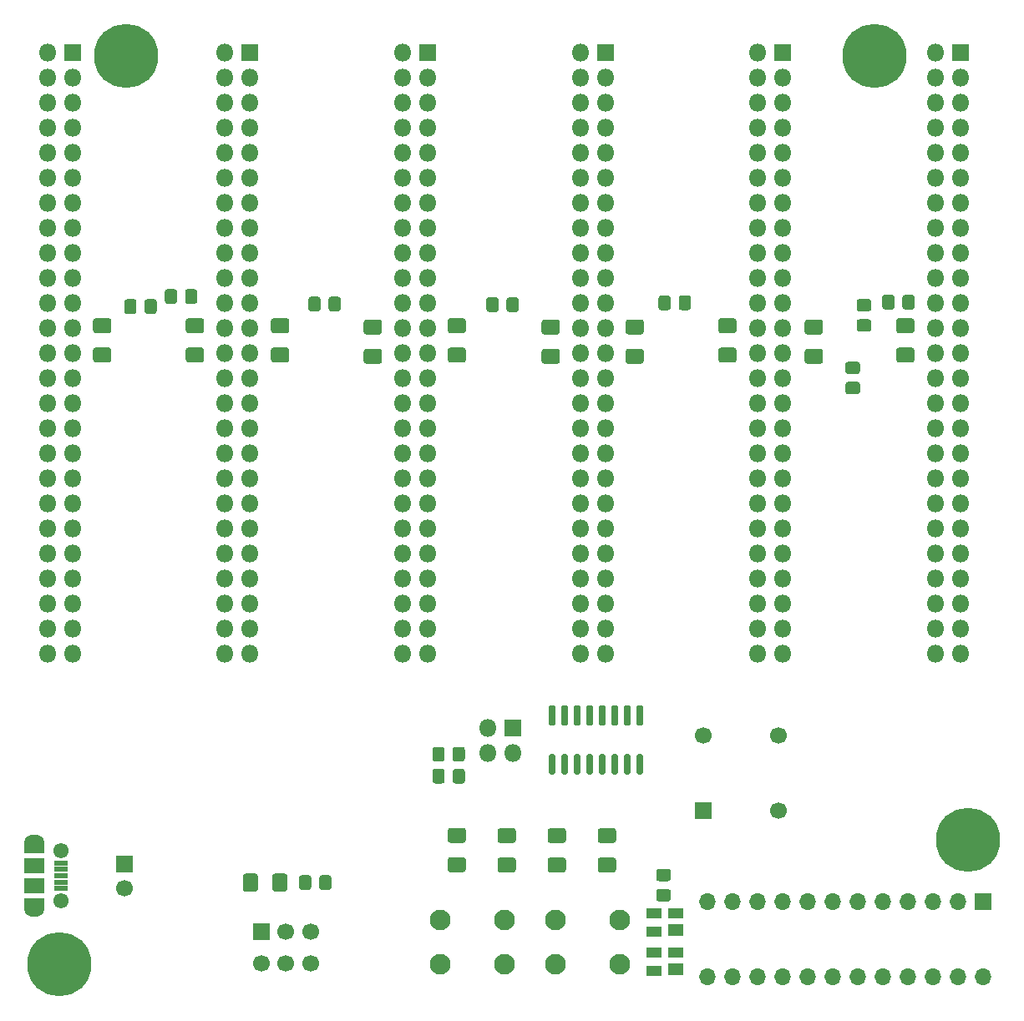
<source format=gbr>
G04 #@! TF.GenerationSoftware,KiCad,Pcbnew,(5.1.6-0-10_14)*
G04 #@! TF.CreationDate,2021-03-04T13:25:14+01:00*
G04 #@! TF.ProjectId,backplane,6261636b-706c-4616-9e65-2e6b69636164,rev?*
G04 #@! TF.SameCoordinates,Original*
G04 #@! TF.FileFunction,Soldermask,Top*
G04 #@! TF.FilePolarity,Negative*
%FSLAX46Y46*%
G04 Gerber Fmt 4.6, Leading zero omitted, Abs format (unit mm)*
G04 Created by KiCad (PCBNEW (5.1.6-0-10_14)) date 2021-03-04 13:25:14*
%MOMM*%
%LPD*%
G01*
G04 APERTURE LIST*
%ADD10C,6.500000*%
%ADD11O,1.800000X1.800000*%
%ADD12R,1.800000X1.800000*%
%ADD13C,1.700000*%
%ADD14R,1.700000X1.700000*%
%ADD15R,2.000000X1.300000*%
%ADD16O,2.000000X1.300000*%
%ADD17R,2.000000X1.600000*%
%ADD18C,1.550000*%
%ADD19R,1.450000X0.500000*%
%ADD20O,1.700000X1.700000*%
%ADD21C,2.100000*%
%ADD22R,1.500000X1.100000*%
%ADD23R,1.500000X1.300000*%
G04 APERTURE END LIST*
D10*
G04 #@! TO.C,H4*
X96139000Y-83312000D03*
G04 #@! TD*
G04 #@! TO.C,H3*
X10795000Y-3810000D03*
G04 #@! TD*
G04 #@! TO.C,H2*
X4064000Y-95948500D03*
G04 #@! TD*
G04 #@! TO.C,H1*
X86677500Y-3810000D03*
G04 #@! TD*
G04 #@! TO.C,R18*
G36*
G01*
X43897500Y-75090762D02*
X43897500Y-74134238D01*
G75*
G02*
X44169238Y-73862500I271738J0D01*
G01*
X44875762Y-73862500D01*
G75*
G02*
X45147500Y-74134238I0J-271738D01*
G01*
X45147500Y-75090762D01*
G75*
G02*
X44875762Y-75362500I-271738J0D01*
G01*
X44169238Y-75362500D01*
G75*
G02*
X43897500Y-75090762I0J271738D01*
G01*
G37*
G36*
G01*
X41847500Y-75090762D02*
X41847500Y-74134238D01*
G75*
G02*
X42119238Y-73862500I271738J0D01*
G01*
X42825762Y-73862500D01*
G75*
G02*
X43097500Y-74134238I0J-271738D01*
G01*
X43097500Y-75090762D01*
G75*
G02*
X42825762Y-75362500I-271738J0D01*
G01*
X42119238Y-75362500D01*
G75*
G02*
X41847500Y-75090762I0J271738D01*
G01*
G37*
G04 #@! TD*
G04 #@! TO.C,R17*
G36*
G01*
X43897500Y-77313262D02*
X43897500Y-76356738D01*
G75*
G02*
X44169238Y-76085000I271738J0D01*
G01*
X44875762Y-76085000D01*
G75*
G02*
X45147500Y-76356738I0J-271738D01*
G01*
X45147500Y-77313262D01*
G75*
G02*
X44875762Y-77585000I-271738J0D01*
G01*
X44169238Y-77585000D01*
G75*
G02*
X43897500Y-77313262I0J271738D01*
G01*
G37*
G36*
G01*
X41847500Y-77313262D02*
X41847500Y-76356738D01*
G75*
G02*
X42119238Y-76085000I271738J0D01*
G01*
X42825762Y-76085000D01*
G75*
G02*
X43097500Y-76356738I0J-271738D01*
G01*
X43097500Y-77313262D01*
G75*
G02*
X42825762Y-77585000I-271738J0D01*
G01*
X42119238Y-77585000D01*
G75*
G02*
X41847500Y-77313262I0J271738D01*
G01*
G37*
G04 #@! TD*
G04 #@! TO.C,D7*
G36*
G01*
X31324500Y-29434262D02*
X31324500Y-28477738D01*
G75*
G02*
X31596238Y-28206000I271738J0D01*
G01*
X32302762Y-28206000D01*
G75*
G02*
X32574500Y-28477738I0J-271738D01*
G01*
X32574500Y-29434262D01*
G75*
G02*
X32302762Y-29706000I-271738J0D01*
G01*
X31596238Y-29706000D01*
G75*
G02*
X31324500Y-29434262I0J271738D01*
G01*
G37*
G36*
G01*
X29274500Y-29434262D02*
X29274500Y-28477738D01*
G75*
G02*
X29546238Y-28206000I271738J0D01*
G01*
X30252762Y-28206000D01*
G75*
G02*
X30524500Y-28477738I0J-271738D01*
G01*
X30524500Y-29434262D01*
G75*
G02*
X30252762Y-29706000I-271738J0D01*
G01*
X29546238Y-29706000D01*
G75*
G02*
X29274500Y-29434262I0J271738D01*
G01*
G37*
G04 #@! TD*
G04 #@! TO.C,D6*
G36*
G01*
X49358500Y-29497762D02*
X49358500Y-28541238D01*
G75*
G02*
X49630238Y-28269500I271738J0D01*
G01*
X50336762Y-28269500D01*
G75*
G02*
X50608500Y-28541238I0J-271738D01*
G01*
X50608500Y-29497762D01*
G75*
G02*
X50336762Y-29769500I-271738J0D01*
G01*
X49630238Y-29769500D01*
G75*
G02*
X49358500Y-29497762I0J271738D01*
G01*
G37*
G36*
G01*
X47308500Y-29497762D02*
X47308500Y-28541238D01*
G75*
G02*
X47580238Y-28269500I271738J0D01*
G01*
X48286762Y-28269500D01*
G75*
G02*
X48558500Y-28541238I0J-271738D01*
G01*
X48558500Y-29497762D01*
G75*
G02*
X48286762Y-29769500I-271738J0D01*
G01*
X47580238Y-29769500D01*
G75*
G02*
X47308500Y-29497762I0J271738D01*
G01*
G37*
G04 #@! TD*
G04 #@! TO.C,D5*
G36*
G01*
X11855500Y-28731738D02*
X11855500Y-29688262D01*
G75*
G02*
X11583762Y-29960000I-271738J0D01*
G01*
X10877238Y-29960000D01*
G75*
G02*
X10605500Y-29688262I0J271738D01*
G01*
X10605500Y-28731738D01*
G75*
G02*
X10877238Y-28460000I271738J0D01*
G01*
X11583762Y-28460000D01*
G75*
G02*
X11855500Y-28731738I0J-271738D01*
G01*
G37*
G36*
G01*
X13905500Y-28731738D02*
X13905500Y-29688262D01*
G75*
G02*
X13633762Y-29960000I-271738J0D01*
G01*
X12927238Y-29960000D01*
G75*
G02*
X12655500Y-29688262I0J271738D01*
G01*
X12655500Y-28731738D01*
G75*
G02*
X12927238Y-28460000I271738J0D01*
G01*
X13633762Y-28460000D01*
G75*
G02*
X13905500Y-28731738I0J-271738D01*
G01*
G37*
G04 #@! TD*
G04 #@! TO.C,D4*
G36*
G01*
X66821000Y-29307262D02*
X66821000Y-28350738D01*
G75*
G02*
X67092738Y-28079000I271738J0D01*
G01*
X67799262Y-28079000D01*
G75*
G02*
X68071000Y-28350738I0J-271738D01*
G01*
X68071000Y-29307262D01*
G75*
G02*
X67799262Y-29579000I-271738J0D01*
G01*
X67092738Y-29579000D01*
G75*
G02*
X66821000Y-29307262I0J271738D01*
G01*
G37*
G36*
G01*
X64771000Y-29307262D02*
X64771000Y-28350738D01*
G75*
G02*
X65042738Y-28079000I271738J0D01*
G01*
X65749262Y-28079000D01*
G75*
G02*
X66021000Y-28350738I0J-271738D01*
G01*
X66021000Y-29307262D01*
G75*
G02*
X65749262Y-29579000I-271738J0D01*
G01*
X65042738Y-29579000D01*
G75*
G02*
X64771000Y-29307262I0J271738D01*
G01*
G37*
G04 #@! TD*
G04 #@! TO.C,D3*
G36*
G01*
X89490500Y-29243762D02*
X89490500Y-28287238D01*
G75*
G02*
X89762238Y-28015500I271738J0D01*
G01*
X90468762Y-28015500D01*
G75*
G02*
X90740500Y-28287238I0J-271738D01*
G01*
X90740500Y-29243762D01*
G75*
G02*
X90468762Y-29515500I-271738J0D01*
G01*
X89762238Y-29515500D01*
G75*
G02*
X89490500Y-29243762I0J271738D01*
G01*
G37*
G36*
G01*
X87440500Y-29243762D02*
X87440500Y-28287238D01*
G75*
G02*
X87712238Y-28015500I271738J0D01*
G01*
X88418762Y-28015500D01*
G75*
G02*
X88690500Y-28287238I0J-271738D01*
G01*
X88690500Y-29243762D01*
G75*
G02*
X88418762Y-29515500I-271738J0D01*
G01*
X87712238Y-29515500D01*
G75*
G02*
X87440500Y-29243762I0J271738D01*
G01*
G37*
G04 #@! TD*
G04 #@! TO.C,D2*
G36*
G01*
X16774000Y-28672262D02*
X16774000Y-27715738D01*
G75*
G02*
X17045738Y-27444000I271738J0D01*
G01*
X17752262Y-27444000D01*
G75*
G02*
X18024000Y-27715738I0J-271738D01*
G01*
X18024000Y-28672262D01*
G75*
G02*
X17752262Y-28944000I-271738J0D01*
G01*
X17045738Y-28944000D01*
G75*
G02*
X16774000Y-28672262I0J271738D01*
G01*
G37*
G36*
G01*
X14724000Y-28672262D02*
X14724000Y-27715738D01*
G75*
G02*
X14995738Y-27444000I271738J0D01*
G01*
X15702262Y-27444000D01*
G75*
G02*
X15974000Y-27715738I0J-271738D01*
G01*
X15974000Y-28672262D01*
G75*
G02*
X15702262Y-28944000I-271738J0D01*
G01*
X14995738Y-28944000D01*
G75*
G02*
X14724000Y-28672262I0J271738D01*
G01*
G37*
G04 #@! TD*
D11*
G04 #@! TO.C,J2*
X47434500Y-74485500D03*
X47434500Y-71945500D03*
X49974500Y-74485500D03*
D12*
X49974500Y-71945500D03*
G04 #@! TD*
G04 #@! TO.C,U1*
G36*
G01*
X54150000Y-71702000D02*
X53800000Y-71702000D01*
G75*
G02*
X53625000Y-71527000I0J175000D01*
G01*
X53625000Y-69827000D01*
G75*
G02*
X53800000Y-69652000I175000J0D01*
G01*
X54150000Y-69652000D01*
G75*
G02*
X54325000Y-69827000I0J-175000D01*
G01*
X54325000Y-71527000D01*
G75*
G02*
X54150000Y-71702000I-175000J0D01*
G01*
G37*
G36*
G01*
X55420000Y-71702000D02*
X55070000Y-71702000D01*
G75*
G02*
X54895000Y-71527000I0J175000D01*
G01*
X54895000Y-69827000D01*
G75*
G02*
X55070000Y-69652000I175000J0D01*
G01*
X55420000Y-69652000D01*
G75*
G02*
X55595000Y-69827000I0J-175000D01*
G01*
X55595000Y-71527000D01*
G75*
G02*
X55420000Y-71702000I-175000J0D01*
G01*
G37*
G36*
G01*
X56690000Y-71702000D02*
X56340000Y-71702000D01*
G75*
G02*
X56165000Y-71527000I0J175000D01*
G01*
X56165000Y-69827000D01*
G75*
G02*
X56340000Y-69652000I175000J0D01*
G01*
X56690000Y-69652000D01*
G75*
G02*
X56865000Y-69827000I0J-175000D01*
G01*
X56865000Y-71527000D01*
G75*
G02*
X56690000Y-71702000I-175000J0D01*
G01*
G37*
G36*
G01*
X57960000Y-71702000D02*
X57610000Y-71702000D01*
G75*
G02*
X57435000Y-71527000I0J175000D01*
G01*
X57435000Y-69827000D01*
G75*
G02*
X57610000Y-69652000I175000J0D01*
G01*
X57960000Y-69652000D01*
G75*
G02*
X58135000Y-69827000I0J-175000D01*
G01*
X58135000Y-71527000D01*
G75*
G02*
X57960000Y-71702000I-175000J0D01*
G01*
G37*
G36*
G01*
X59230000Y-71702000D02*
X58880000Y-71702000D01*
G75*
G02*
X58705000Y-71527000I0J175000D01*
G01*
X58705000Y-69827000D01*
G75*
G02*
X58880000Y-69652000I175000J0D01*
G01*
X59230000Y-69652000D01*
G75*
G02*
X59405000Y-69827000I0J-175000D01*
G01*
X59405000Y-71527000D01*
G75*
G02*
X59230000Y-71702000I-175000J0D01*
G01*
G37*
G36*
G01*
X60500000Y-71702000D02*
X60150000Y-71702000D01*
G75*
G02*
X59975000Y-71527000I0J175000D01*
G01*
X59975000Y-69827000D01*
G75*
G02*
X60150000Y-69652000I175000J0D01*
G01*
X60500000Y-69652000D01*
G75*
G02*
X60675000Y-69827000I0J-175000D01*
G01*
X60675000Y-71527000D01*
G75*
G02*
X60500000Y-71702000I-175000J0D01*
G01*
G37*
G36*
G01*
X61770000Y-71702000D02*
X61420000Y-71702000D01*
G75*
G02*
X61245000Y-71527000I0J175000D01*
G01*
X61245000Y-69827000D01*
G75*
G02*
X61420000Y-69652000I175000J0D01*
G01*
X61770000Y-69652000D01*
G75*
G02*
X61945000Y-69827000I0J-175000D01*
G01*
X61945000Y-71527000D01*
G75*
G02*
X61770000Y-71702000I-175000J0D01*
G01*
G37*
G36*
G01*
X63040000Y-71702000D02*
X62690000Y-71702000D01*
G75*
G02*
X62515000Y-71527000I0J175000D01*
G01*
X62515000Y-69827000D01*
G75*
G02*
X62690000Y-69652000I175000J0D01*
G01*
X63040000Y-69652000D01*
G75*
G02*
X63215000Y-69827000I0J-175000D01*
G01*
X63215000Y-71527000D01*
G75*
G02*
X63040000Y-71702000I-175000J0D01*
G01*
G37*
G36*
G01*
X63040000Y-76652000D02*
X62690000Y-76652000D01*
G75*
G02*
X62515000Y-76477000I0J175000D01*
G01*
X62515000Y-74777000D01*
G75*
G02*
X62690000Y-74602000I175000J0D01*
G01*
X63040000Y-74602000D01*
G75*
G02*
X63215000Y-74777000I0J-175000D01*
G01*
X63215000Y-76477000D01*
G75*
G02*
X63040000Y-76652000I-175000J0D01*
G01*
G37*
G36*
G01*
X61770000Y-76652000D02*
X61420000Y-76652000D01*
G75*
G02*
X61245000Y-76477000I0J175000D01*
G01*
X61245000Y-74777000D01*
G75*
G02*
X61420000Y-74602000I175000J0D01*
G01*
X61770000Y-74602000D01*
G75*
G02*
X61945000Y-74777000I0J-175000D01*
G01*
X61945000Y-76477000D01*
G75*
G02*
X61770000Y-76652000I-175000J0D01*
G01*
G37*
G36*
G01*
X60500000Y-76652000D02*
X60150000Y-76652000D01*
G75*
G02*
X59975000Y-76477000I0J175000D01*
G01*
X59975000Y-74777000D01*
G75*
G02*
X60150000Y-74602000I175000J0D01*
G01*
X60500000Y-74602000D01*
G75*
G02*
X60675000Y-74777000I0J-175000D01*
G01*
X60675000Y-76477000D01*
G75*
G02*
X60500000Y-76652000I-175000J0D01*
G01*
G37*
G36*
G01*
X59230000Y-76652000D02*
X58880000Y-76652000D01*
G75*
G02*
X58705000Y-76477000I0J175000D01*
G01*
X58705000Y-74777000D01*
G75*
G02*
X58880000Y-74602000I175000J0D01*
G01*
X59230000Y-74602000D01*
G75*
G02*
X59405000Y-74777000I0J-175000D01*
G01*
X59405000Y-76477000D01*
G75*
G02*
X59230000Y-76652000I-175000J0D01*
G01*
G37*
G36*
G01*
X57960000Y-76652000D02*
X57610000Y-76652000D01*
G75*
G02*
X57435000Y-76477000I0J175000D01*
G01*
X57435000Y-74777000D01*
G75*
G02*
X57610000Y-74602000I175000J0D01*
G01*
X57960000Y-74602000D01*
G75*
G02*
X58135000Y-74777000I0J-175000D01*
G01*
X58135000Y-76477000D01*
G75*
G02*
X57960000Y-76652000I-175000J0D01*
G01*
G37*
G36*
G01*
X56690000Y-76652000D02*
X56340000Y-76652000D01*
G75*
G02*
X56165000Y-76477000I0J175000D01*
G01*
X56165000Y-74777000D01*
G75*
G02*
X56340000Y-74602000I175000J0D01*
G01*
X56690000Y-74602000D01*
G75*
G02*
X56865000Y-74777000I0J-175000D01*
G01*
X56865000Y-76477000D01*
G75*
G02*
X56690000Y-76652000I-175000J0D01*
G01*
G37*
G36*
G01*
X55420000Y-76652000D02*
X55070000Y-76652000D01*
G75*
G02*
X54895000Y-76477000I0J175000D01*
G01*
X54895000Y-74777000D01*
G75*
G02*
X55070000Y-74602000I175000J0D01*
G01*
X55420000Y-74602000D01*
G75*
G02*
X55595000Y-74777000I0J-175000D01*
G01*
X55595000Y-76477000D01*
G75*
G02*
X55420000Y-76652000I-175000J0D01*
G01*
G37*
G36*
G01*
X54150000Y-76652000D02*
X53800000Y-76652000D01*
G75*
G02*
X53625000Y-76477000I0J175000D01*
G01*
X53625000Y-74777000D01*
G75*
G02*
X53800000Y-74602000I175000J0D01*
G01*
X54150000Y-74602000D01*
G75*
G02*
X54325000Y-74777000I0J-175000D01*
G01*
X54325000Y-76477000D01*
G75*
G02*
X54150000Y-76652000I-175000J0D01*
G01*
G37*
G04 #@! TD*
G04 #@! TO.C,R16*
G36*
G01*
X64799738Y-88284000D02*
X65756262Y-88284000D01*
G75*
G02*
X66028000Y-88555738I0J-271738D01*
G01*
X66028000Y-89262262D01*
G75*
G02*
X65756262Y-89534000I-271738J0D01*
G01*
X64799738Y-89534000D01*
G75*
G02*
X64528000Y-89262262I0J271738D01*
G01*
X64528000Y-88555738D01*
G75*
G02*
X64799738Y-88284000I271738J0D01*
G01*
G37*
G36*
G01*
X64799738Y-86234000D02*
X65756262Y-86234000D01*
G75*
G02*
X66028000Y-86505738I0J-271738D01*
G01*
X66028000Y-87212262D01*
G75*
G02*
X65756262Y-87484000I-271738J0D01*
G01*
X64799738Y-87484000D01*
G75*
G02*
X64528000Y-87212262I0J271738D01*
G01*
X64528000Y-86505738D01*
G75*
G02*
X64799738Y-86234000I271738J0D01*
G01*
G37*
G04 #@! TD*
G04 #@! TO.C,R15*
G36*
G01*
X83976738Y-36849000D02*
X84933262Y-36849000D01*
G75*
G02*
X85205000Y-37120738I0J-271738D01*
G01*
X85205000Y-37827262D01*
G75*
G02*
X84933262Y-38099000I-271738J0D01*
G01*
X83976738Y-38099000D01*
G75*
G02*
X83705000Y-37827262I0J271738D01*
G01*
X83705000Y-37120738D01*
G75*
G02*
X83976738Y-36849000I271738J0D01*
G01*
G37*
G36*
G01*
X83976738Y-34799000D02*
X84933262Y-34799000D01*
G75*
G02*
X85205000Y-35070738I0J-271738D01*
G01*
X85205000Y-35777262D01*
G75*
G02*
X84933262Y-36049000I-271738J0D01*
G01*
X83976738Y-36049000D01*
G75*
G02*
X83705000Y-35777262I0J271738D01*
G01*
X83705000Y-35070738D01*
G75*
G02*
X83976738Y-34799000I271738J0D01*
G01*
G37*
G04 #@! TD*
D13*
G04 #@! TO.C,X1*
X76962000Y-80327500D03*
X76962000Y-72707500D03*
X69342000Y-72707500D03*
D14*
X69342000Y-80327500D03*
G04 #@! TD*
D15*
G04 #@! TO.C,J1*
X1493000Y-84031500D03*
X1493000Y-89831500D03*
D16*
X1493000Y-90431500D03*
X1493000Y-83431500D03*
D17*
X1493000Y-85931500D03*
D18*
X4193000Y-89431500D03*
D19*
X4193000Y-86931500D03*
X4193000Y-87581500D03*
X4193000Y-88231500D03*
X4193000Y-85631500D03*
X4193000Y-86281500D03*
D18*
X4193000Y-84431500D03*
D17*
X1493000Y-87931500D03*
G04 #@! TD*
G04 #@! TO.C,C3*
G36*
G01*
X79860544Y-33491000D02*
X81175456Y-33491000D01*
G75*
G02*
X81443000Y-33758544I0J-267544D01*
G01*
X81443000Y-34748456D01*
G75*
G02*
X81175456Y-35016000I-267544J0D01*
G01*
X79860544Y-35016000D01*
G75*
G02*
X79593000Y-34748456I0J267544D01*
G01*
X79593000Y-33758544D01*
G75*
G02*
X79860544Y-33491000I267544J0D01*
G01*
G37*
G36*
G01*
X79860544Y-30516000D02*
X81175456Y-30516000D01*
G75*
G02*
X81443000Y-30783544I0J-267544D01*
G01*
X81443000Y-31773456D01*
G75*
G02*
X81175456Y-32041000I-267544J0D01*
G01*
X79860544Y-32041000D01*
G75*
G02*
X79593000Y-31773456I0J267544D01*
G01*
X79593000Y-30783544D01*
G75*
G02*
X79860544Y-30516000I267544J0D01*
G01*
G37*
G04 #@! TD*
D20*
G04 #@! TO.C,U4*
X97663000Y-97155000D03*
X69723000Y-89535000D03*
X95123000Y-97155000D03*
X72263000Y-89535000D03*
X92583000Y-97155000D03*
X74803000Y-89535000D03*
X90043000Y-97155000D03*
X77343000Y-89535000D03*
X87503000Y-97155000D03*
X79883000Y-89535000D03*
X84963000Y-97155000D03*
X82423000Y-89535000D03*
X82423000Y-97155000D03*
X84963000Y-89535000D03*
X79883000Y-97155000D03*
X87503000Y-89535000D03*
X77343000Y-97155000D03*
X90043000Y-89535000D03*
X74803000Y-97155000D03*
X92583000Y-89535000D03*
X72263000Y-97155000D03*
X95123000Y-89535000D03*
X69723000Y-97155000D03*
D14*
X97663000Y-89535000D03*
G04 #@! TD*
G04 #@! TO.C,LED4*
G36*
G01*
X60195056Y-83628400D02*
X58880144Y-83628400D01*
G75*
G02*
X58612600Y-83360856I0J267544D01*
G01*
X58612600Y-82370944D01*
G75*
G02*
X58880144Y-82103400I267544J0D01*
G01*
X60195056Y-82103400D01*
G75*
G02*
X60462600Y-82370944I0J-267544D01*
G01*
X60462600Y-83360856D01*
G75*
G02*
X60195056Y-83628400I-267544J0D01*
G01*
G37*
G36*
G01*
X60195056Y-86603400D02*
X58880144Y-86603400D01*
G75*
G02*
X58612600Y-86335856I0J267544D01*
G01*
X58612600Y-85345944D01*
G75*
G02*
X58880144Y-85078400I267544J0D01*
G01*
X60195056Y-85078400D01*
G75*
G02*
X60462600Y-85345944I0J-267544D01*
G01*
X60462600Y-86335856D01*
G75*
G02*
X60195056Y-86603400I-267544J0D01*
G01*
G37*
G04 #@! TD*
G04 #@! TO.C,LED3*
G36*
G01*
X55115056Y-83628400D02*
X53800144Y-83628400D01*
G75*
G02*
X53532600Y-83360856I0J267544D01*
G01*
X53532600Y-82370944D01*
G75*
G02*
X53800144Y-82103400I267544J0D01*
G01*
X55115056Y-82103400D01*
G75*
G02*
X55382600Y-82370944I0J-267544D01*
G01*
X55382600Y-83360856D01*
G75*
G02*
X55115056Y-83628400I-267544J0D01*
G01*
G37*
G36*
G01*
X55115056Y-86603400D02*
X53800144Y-86603400D01*
G75*
G02*
X53532600Y-86335856I0J267544D01*
G01*
X53532600Y-85345944D01*
G75*
G02*
X53800144Y-85078400I267544J0D01*
G01*
X55115056Y-85078400D01*
G75*
G02*
X55382600Y-85345944I0J-267544D01*
G01*
X55382600Y-86335856D01*
G75*
G02*
X55115056Y-86603400I-267544J0D01*
G01*
G37*
G04 #@! TD*
G04 #@! TO.C,LED2*
G36*
G01*
X50035056Y-83628400D02*
X48720144Y-83628400D01*
G75*
G02*
X48452600Y-83360856I0J267544D01*
G01*
X48452600Y-82370944D01*
G75*
G02*
X48720144Y-82103400I267544J0D01*
G01*
X50035056Y-82103400D01*
G75*
G02*
X50302600Y-82370944I0J-267544D01*
G01*
X50302600Y-83360856D01*
G75*
G02*
X50035056Y-83628400I-267544J0D01*
G01*
G37*
G36*
G01*
X50035056Y-86603400D02*
X48720144Y-86603400D01*
G75*
G02*
X48452600Y-86335856I0J267544D01*
G01*
X48452600Y-85345944D01*
G75*
G02*
X48720144Y-85078400I267544J0D01*
G01*
X50035056Y-85078400D01*
G75*
G02*
X50302600Y-85345944I0J-267544D01*
G01*
X50302600Y-86335856D01*
G75*
G02*
X50035056Y-86603400I-267544J0D01*
G01*
G37*
G04 #@! TD*
G04 #@! TO.C,LED1*
G36*
G01*
X44980456Y-83603000D02*
X43665544Y-83603000D01*
G75*
G02*
X43398000Y-83335456I0J267544D01*
G01*
X43398000Y-82345544D01*
G75*
G02*
X43665544Y-82078000I267544J0D01*
G01*
X44980456Y-82078000D01*
G75*
G02*
X45248000Y-82345544I0J-267544D01*
G01*
X45248000Y-83335456D01*
G75*
G02*
X44980456Y-83603000I-267544J0D01*
G01*
G37*
G36*
G01*
X44980456Y-86578000D02*
X43665544Y-86578000D01*
G75*
G02*
X43398000Y-86310456I0J267544D01*
G01*
X43398000Y-85320544D01*
G75*
G02*
X43665544Y-85053000I267544J0D01*
G01*
X44980456Y-85053000D01*
G75*
G02*
X45248000Y-85320544I0J-267544D01*
G01*
X45248000Y-86310456D01*
G75*
G02*
X44980456Y-86578000I-267544J0D01*
G01*
G37*
G04 #@! TD*
G04 #@! TO.C,R9*
G36*
G01*
X30372000Y-88108262D02*
X30372000Y-87151738D01*
G75*
G02*
X30643738Y-86880000I271738J0D01*
G01*
X31350262Y-86880000D01*
G75*
G02*
X31622000Y-87151738I0J-271738D01*
G01*
X31622000Y-88108262D01*
G75*
G02*
X31350262Y-88380000I-271738J0D01*
G01*
X30643738Y-88380000D01*
G75*
G02*
X30372000Y-88108262I0J271738D01*
G01*
G37*
G36*
G01*
X28322000Y-88108262D02*
X28322000Y-87151738D01*
G75*
G02*
X28593738Y-86880000I271738J0D01*
G01*
X29300262Y-86880000D01*
G75*
G02*
X29572000Y-87151738I0J-271738D01*
G01*
X29572000Y-88108262D01*
G75*
G02*
X29300262Y-88380000I-271738J0D01*
G01*
X28593738Y-88380000D01*
G75*
G02*
X28322000Y-88108262I0J271738D01*
G01*
G37*
G04 #@! TD*
G04 #@! TO.C,D1*
G36*
G01*
X24167000Y-86972544D02*
X24167000Y-88287456D01*
G75*
G02*
X23899456Y-88555000I-267544J0D01*
G01*
X22909544Y-88555000D01*
G75*
G02*
X22642000Y-88287456I0J267544D01*
G01*
X22642000Y-86972544D01*
G75*
G02*
X22909544Y-86705000I267544J0D01*
G01*
X23899456Y-86705000D01*
G75*
G02*
X24167000Y-86972544I0J-267544D01*
G01*
G37*
G36*
G01*
X27142000Y-86972544D02*
X27142000Y-88287456D01*
G75*
G02*
X26874456Y-88555000I-267544J0D01*
G01*
X25884544Y-88555000D01*
G75*
G02*
X25617000Y-88287456I0J267544D01*
G01*
X25617000Y-86972544D01*
G75*
G02*
X25884544Y-86705000I267544J0D01*
G01*
X26874456Y-86705000D01*
G75*
G02*
X27142000Y-86972544I0J-267544D01*
G01*
G37*
G04 #@! TD*
D21*
G04 #@! TO.C,RESET1*
X54333000Y-95885000D03*
X54333000Y-91385000D03*
X60833000Y-95885000D03*
X60833000Y-91385000D03*
G04 #@! TD*
G04 #@! TO.C,NMI1*
X42649000Y-95885000D03*
X42649000Y-91385000D03*
X49149000Y-95885000D03*
X49149000Y-91385000D03*
G04 #@! TD*
D22*
G04 #@! TO.C,U3*
X64305000Y-96581000D03*
X64305000Y-94681000D03*
X66505000Y-94681000D03*
D23*
X66505000Y-96401000D03*
G04 #@! TD*
D22*
G04 #@! TO.C,U2*
X64305000Y-92644000D03*
X64305000Y-90744000D03*
X66505000Y-90744000D03*
D23*
X66505000Y-92464000D03*
G04 #@! TD*
D13*
G04 #@! TO.C,C13*
X10668000Y-88225000D03*
D14*
X10668000Y-85725000D03*
G04 #@! TD*
D13*
G04 #@! TO.C,SW1*
X29511000Y-95783000D03*
X27011000Y-95783000D03*
X24511000Y-95783000D03*
X29511000Y-92583000D03*
X27011000Y-92583000D03*
D14*
X24511000Y-92583000D03*
G04 #@! TD*
G04 #@! TO.C,C11*
G36*
G01*
X72412456Y-31914000D02*
X71097544Y-31914000D01*
G75*
G02*
X70830000Y-31646456I0J267544D01*
G01*
X70830000Y-30656544D01*
G75*
G02*
X71097544Y-30389000I267544J0D01*
G01*
X72412456Y-30389000D01*
G75*
G02*
X72680000Y-30656544I0J-267544D01*
G01*
X72680000Y-31646456D01*
G75*
G02*
X72412456Y-31914000I-267544J0D01*
G01*
G37*
G36*
G01*
X72412456Y-34889000D02*
X71097544Y-34889000D01*
G75*
G02*
X70830000Y-34621456I0J267544D01*
G01*
X70830000Y-33631544D01*
G75*
G02*
X71097544Y-33364000I267544J0D01*
G01*
X72412456Y-33364000D01*
G75*
G02*
X72680000Y-33631544I0J-267544D01*
G01*
X72680000Y-34621456D01*
G75*
G02*
X72412456Y-34889000I-267544J0D01*
G01*
G37*
G04 #@! TD*
G04 #@! TO.C,C10*
G36*
G01*
X27073456Y-31914000D02*
X25758544Y-31914000D01*
G75*
G02*
X25491000Y-31646456I0J267544D01*
G01*
X25491000Y-30656544D01*
G75*
G02*
X25758544Y-30389000I267544J0D01*
G01*
X27073456Y-30389000D01*
G75*
G02*
X27341000Y-30656544I0J-267544D01*
G01*
X27341000Y-31646456D01*
G75*
G02*
X27073456Y-31914000I-267544J0D01*
G01*
G37*
G36*
G01*
X27073456Y-34889000D02*
X25758544Y-34889000D01*
G75*
G02*
X25491000Y-34621456I0J267544D01*
G01*
X25491000Y-33631544D01*
G75*
G02*
X25758544Y-33364000I267544J0D01*
G01*
X27073456Y-33364000D01*
G75*
G02*
X27341000Y-33631544I0J-267544D01*
G01*
X27341000Y-34621456D01*
G75*
G02*
X27073456Y-34889000I-267544J0D01*
G01*
G37*
G04 #@! TD*
G04 #@! TO.C,C9*
G36*
G01*
X61699544Y-33491000D02*
X63014456Y-33491000D01*
G75*
G02*
X63282000Y-33758544I0J-267544D01*
G01*
X63282000Y-34748456D01*
G75*
G02*
X63014456Y-35016000I-267544J0D01*
G01*
X61699544Y-35016000D01*
G75*
G02*
X61432000Y-34748456I0J267544D01*
G01*
X61432000Y-33758544D01*
G75*
G02*
X61699544Y-33491000I267544J0D01*
G01*
G37*
G36*
G01*
X61699544Y-30516000D02*
X63014456Y-30516000D01*
G75*
G02*
X63282000Y-30783544I0J-267544D01*
G01*
X63282000Y-31773456D01*
G75*
G02*
X63014456Y-32041000I-267544J0D01*
G01*
X61699544Y-32041000D01*
G75*
G02*
X61432000Y-31773456I0J267544D01*
G01*
X61432000Y-30783544D01*
G75*
G02*
X61699544Y-30516000I267544J0D01*
G01*
G37*
G04 #@! TD*
G04 #@! TO.C,C8*
G36*
G01*
X17122544Y-33364000D02*
X18437456Y-33364000D01*
G75*
G02*
X18705000Y-33631544I0J-267544D01*
G01*
X18705000Y-34621456D01*
G75*
G02*
X18437456Y-34889000I-267544J0D01*
G01*
X17122544Y-34889000D01*
G75*
G02*
X16855000Y-34621456I0J267544D01*
G01*
X16855000Y-33631544D01*
G75*
G02*
X17122544Y-33364000I267544J0D01*
G01*
G37*
G36*
G01*
X17122544Y-30389000D02*
X18437456Y-30389000D01*
G75*
G02*
X18705000Y-30656544I0J-267544D01*
G01*
X18705000Y-31646456D01*
G75*
G02*
X18437456Y-31914000I-267544J0D01*
G01*
X17122544Y-31914000D01*
G75*
G02*
X16855000Y-31646456I0J267544D01*
G01*
X16855000Y-30656544D01*
G75*
G02*
X17122544Y-30389000I267544J0D01*
G01*
G37*
G04 #@! TD*
G04 #@! TO.C,C7*
G36*
G01*
X9039456Y-31914000D02*
X7724544Y-31914000D01*
G75*
G02*
X7457000Y-31646456I0J267544D01*
G01*
X7457000Y-30656544D01*
G75*
G02*
X7724544Y-30389000I267544J0D01*
G01*
X9039456Y-30389000D01*
G75*
G02*
X9307000Y-30656544I0J-267544D01*
G01*
X9307000Y-31646456D01*
G75*
G02*
X9039456Y-31914000I-267544J0D01*
G01*
G37*
G36*
G01*
X9039456Y-34889000D02*
X7724544Y-34889000D01*
G75*
G02*
X7457000Y-34621456I0J267544D01*
G01*
X7457000Y-33631544D01*
G75*
G02*
X7724544Y-33364000I267544J0D01*
G01*
X9039456Y-33364000D01*
G75*
G02*
X9307000Y-33631544I0J-267544D01*
G01*
X9307000Y-34621456D01*
G75*
G02*
X9039456Y-34889000I-267544J0D01*
G01*
G37*
G04 #@! TD*
G04 #@! TO.C,C6*
G36*
G01*
X36471456Y-32041000D02*
X35156544Y-32041000D01*
G75*
G02*
X34889000Y-31773456I0J267544D01*
G01*
X34889000Y-30783544D01*
G75*
G02*
X35156544Y-30516000I267544J0D01*
G01*
X36471456Y-30516000D01*
G75*
G02*
X36739000Y-30783544I0J-267544D01*
G01*
X36739000Y-31773456D01*
G75*
G02*
X36471456Y-32041000I-267544J0D01*
G01*
G37*
G36*
G01*
X36471456Y-35016000D02*
X35156544Y-35016000D01*
G75*
G02*
X34889000Y-34748456I0J267544D01*
G01*
X34889000Y-33758544D01*
G75*
G02*
X35156544Y-33491000I267544J0D01*
G01*
X36471456Y-33491000D01*
G75*
G02*
X36739000Y-33758544I0J-267544D01*
G01*
X36739000Y-34748456D01*
G75*
G02*
X36471456Y-35016000I-267544J0D01*
G01*
G37*
G04 #@! TD*
G04 #@! TO.C,C14*
G36*
G01*
X53190544Y-33491000D02*
X54505456Y-33491000D01*
G75*
G02*
X54773000Y-33758544I0J-267544D01*
G01*
X54773000Y-34748456D01*
G75*
G02*
X54505456Y-35016000I-267544J0D01*
G01*
X53190544Y-35016000D01*
G75*
G02*
X52923000Y-34748456I0J267544D01*
G01*
X52923000Y-33758544D01*
G75*
G02*
X53190544Y-33491000I267544J0D01*
G01*
G37*
G36*
G01*
X53190544Y-30516000D02*
X54505456Y-30516000D01*
G75*
G02*
X54773000Y-30783544I0J-267544D01*
G01*
X54773000Y-31773456D01*
G75*
G02*
X54505456Y-32041000I-267544J0D01*
G01*
X53190544Y-32041000D01*
G75*
G02*
X52923000Y-31773456I0J267544D01*
G01*
X52923000Y-30783544D01*
G75*
G02*
X53190544Y-30516000I267544J0D01*
G01*
G37*
G04 #@! TD*
G04 #@! TO.C,C13*
G36*
G01*
X43665544Y-33364000D02*
X44980456Y-33364000D01*
G75*
G02*
X45248000Y-33631544I0J-267544D01*
G01*
X45248000Y-34621456D01*
G75*
G02*
X44980456Y-34889000I-267544J0D01*
G01*
X43665544Y-34889000D01*
G75*
G02*
X43398000Y-34621456I0J267544D01*
G01*
X43398000Y-33631544D01*
G75*
G02*
X43665544Y-33364000I267544J0D01*
G01*
G37*
G36*
G01*
X43665544Y-30389000D02*
X44980456Y-30389000D01*
G75*
G02*
X45248000Y-30656544I0J-267544D01*
G01*
X45248000Y-31646456D01*
G75*
G02*
X44980456Y-31914000I-267544J0D01*
G01*
X43665544Y-31914000D01*
G75*
G02*
X43398000Y-31646456I0J267544D01*
G01*
X43398000Y-30656544D01*
G75*
G02*
X43665544Y-30389000I267544J0D01*
G01*
G37*
G04 #@! TD*
D11*
G04 #@! TO.C,SLOT5*
X2837000Y-64389000D03*
X5377000Y-64389000D03*
X2837000Y-61849000D03*
X5377000Y-61849000D03*
X2837000Y-59309000D03*
X5377000Y-59309000D03*
X2837000Y-56769000D03*
X5377000Y-56769000D03*
X2837000Y-54229000D03*
X5377000Y-54229000D03*
X2837000Y-51689000D03*
X5377000Y-51689000D03*
X2837000Y-49149000D03*
X5377000Y-49149000D03*
X2837000Y-46609000D03*
X5377000Y-46609000D03*
X2837000Y-44069000D03*
X5377000Y-44069000D03*
X2837000Y-41529000D03*
X5377000Y-41529000D03*
X2837000Y-38989000D03*
X5377000Y-38989000D03*
X2837000Y-36449000D03*
X5377000Y-36449000D03*
X2837000Y-33909000D03*
X5377000Y-33909000D03*
X2837000Y-31369000D03*
X5377000Y-31369000D03*
X2837000Y-28829000D03*
X5377000Y-28829000D03*
X2837000Y-26289000D03*
X5377000Y-26289000D03*
X2837000Y-23749000D03*
X5377000Y-23749000D03*
X2837000Y-21209000D03*
X5377000Y-21209000D03*
X2837000Y-18669000D03*
X5377000Y-18669000D03*
X2837000Y-16129000D03*
X5377000Y-16129000D03*
X2837000Y-13589000D03*
X5377000Y-13589000D03*
X2837000Y-11049000D03*
X5377000Y-11049000D03*
X2837000Y-8509000D03*
X5377000Y-8509000D03*
X2837000Y-5969000D03*
X5377000Y-5969000D03*
X2837000Y-3429000D03*
D12*
X5377000Y-3429000D03*
G04 #@! TD*
D11*
G04 #@! TO.C,SLOT4*
X20837000Y-64389000D03*
X23377000Y-64389000D03*
X20837000Y-61849000D03*
X23377000Y-61849000D03*
X20837000Y-59309000D03*
X23377000Y-59309000D03*
X20837000Y-56769000D03*
X23377000Y-56769000D03*
X20837000Y-54229000D03*
X23377000Y-54229000D03*
X20837000Y-51689000D03*
X23377000Y-51689000D03*
X20837000Y-49149000D03*
X23377000Y-49149000D03*
X20837000Y-46609000D03*
X23377000Y-46609000D03*
X20837000Y-44069000D03*
X23377000Y-44069000D03*
X20837000Y-41529000D03*
X23377000Y-41529000D03*
X20837000Y-38989000D03*
X23377000Y-38989000D03*
X20837000Y-36449000D03*
X23377000Y-36449000D03*
X20837000Y-33909000D03*
X23377000Y-33909000D03*
X20837000Y-31369000D03*
X23377000Y-31369000D03*
X20837000Y-28829000D03*
X23377000Y-28829000D03*
X20837000Y-26289000D03*
X23377000Y-26289000D03*
X20837000Y-23749000D03*
X23377000Y-23749000D03*
X20837000Y-21209000D03*
X23377000Y-21209000D03*
X20837000Y-18669000D03*
X23377000Y-18669000D03*
X20837000Y-16129000D03*
X23377000Y-16129000D03*
X20837000Y-13589000D03*
X23377000Y-13589000D03*
X20837000Y-11049000D03*
X23377000Y-11049000D03*
X20837000Y-8509000D03*
X23377000Y-8509000D03*
X20837000Y-5969000D03*
X23377000Y-5969000D03*
X20837000Y-3429000D03*
D12*
X23377000Y-3429000D03*
G04 #@! TD*
D11*
G04 #@! TO.C,SLOT3*
X38837000Y-64389000D03*
X41377000Y-64389000D03*
X38837000Y-61849000D03*
X41377000Y-61849000D03*
X38837000Y-59309000D03*
X41377000Y-59309000D03*
X38837000Y-56769000D03*
X41377000Y-56769000D03*
X38837000Y-54229000D03*
X41377000Y-54229000D03*
X38837000Y-51689000D03*
X41377000Y-51689000D03*
X38837000Y-49149000D03*
X41377000Y-49149000D03*
X38837000Y-46609000D03*
X41377000Y-46609000D03*
X38837000Y-44069000D03*
X41377000Y-44069000D03*
X38837000Y-41529000D03*
X41377000Y-41529000D03*
X38837000Y-38989000D03*
X41377000Y-38989000D03*
X38837000Y-36449000D03*
X41377000Y-36449000D03*
X38837000Y-33909000D03*
X41377000Y-33909000D03*
X38837000Y-31369000D03*
X41377000Y-31369000D03*
X38837000Y-28829000D03*
X41377000Y-28829000D03*
X38837000Y-26289000D03*
X41377000Y-26289000D03*
X38837000Y-23749000D03*
X41377000Y-23749000D03*
X38837000Y-21209000D03*
X41377000Y-21209000D03*
X38837000Y-18669000D03*
X41377000Y-18669000D03*
X38837000Y-16129000D03*
X41377000Y-16129000D03*
X38837000Y-13589000D03*
X41377000Y-13589000D03*
X38837000Y-11049000D03*
X41377000Y-11049000D03*
X38837000Y-8509000D03*
X41377000Y-8509000D03*
X38837000Y-5969000D03*
X41377000Y-5969000D03*
X38837000Y-3429000D03*
D12*
X41377000Y-3429000D03*
G04 #@! TD*
D11*
G04 #@! TO.C,SLOT2*
X56837000Y-64389000D03*
X59377000Y-64389000D03*
X56837000Y-61849000D03*
X59377000Y-61849000D03*
X56837000Y-59309000D03*
X59377000Y-59309000D03*
X56837000Y-56769000D03*
X59377000Y-56769000D03*
X56837000Y-54229000D03*
X59377000Y-54229000D03*
X56837000Y-51689000D03*
X59377000Y-51689000D03*
X56837000Y-49149000D03*
X59377000Y-49149000D03*
X56837000Y-46609000D03*
X59377000Y-46609000D03*
X56837000Y-44069000D03*
X59377000Y-44069000D03*
X56837000Y-41529000D03*
X59377000Y-41529000D03*
X56837000Y-38989000D03*
X59377000Y-38989000D03*
X56837000Y-36449000D03*
X59377000Y-36449000D03*
X56837000Y-33909000D03*
X59377000Y-33909000D03*
X56837000Y-31369000D03*
X59377000Y-31369000D03*
X56837000Y-28829000D03*
X59377000Y-28829000D03*
X56837000Y-26289000D03*
X59377000Y-26289000D03*
X56837000Y-23749000D03*
X59377000Y-23749000D03*
X56837000Y-21209000D03*
X59377000Y-21209000D03*
X56837000Y-18669000D03*
X59377000Y-18669000D03*
X56837000Y-16129000D03*
X59377000Y-16129000D03*
X56837000Y-13589000D03*
X59377000Y-13589000D03*
X56837000Y-11049000D03*
X59377000Y-11049000D03*
X56837000Y-8509000D03*
X59377000Y-8509000D03*
X56837000Y-5969000D03*
X59377000Y-5969000D03*
X56837000Y-3429000D03*
D12*
X59377000Y-3429000D03*
G04 #@! TD*
D11*
G04 #@! TO.C,SLOT1*
X74837000Y-64389000D03*
X77377000Y-64389000D03*
X74837000Y-61849000D03*
X77377000Y-61849000D03*
X74837000Y-59309000D03*
X77377000Y-59309000D03*
X74837000Y-56769000D03*
X77377000Y-56769000D03*
X74837000Y-54229000D03*
X77377000Y-54229000D03*
X74837000Y-51689000D03*
X77377000Y-51689000D03*
X74837000Y-49149000D03*
X77377000Y-49149000D03*
X74837000Y-46609000D03*
X77377000Y-46609000D03*
X74837000Y-44069000D03*
X77377000Y-44069000D03*
X74837000Y-41529000D03*
X77377000Y-41529000D03*
X74837000Y-38989000D03*
X77377000Y-38989000D03*
X74837000Y-36449000D03*
X77377000Y-36449000D03*
X74837000Y-33909000D03*
X77377000Y-33909000D03*
X74837000Y-31369000D03*
X77377000Y-31369000D03*
X74837000Y-28829000D03*
X77377000Y-28829000D03*
X74837000Y-26289000D03*
X77377000Y-26289000D03*
X74837000Y-23749000D03*
X77377000Y-23749000D03*
X74837000Y-21209000D03*
X77377000Y-21209000D03*
X74837000Y-18669000D03*
X77377000Y-18669000D03*
X74837000Y-16129000D03*
X77377000Y-16129000D03*
X74837000Y-13589000D03*
X77377000Y-13589000D03*
X74837000Y-11049000D03*
X77377000Y-11049000D03*
X74837000Y-8509000D03*
X77377000Y-8509000D03*
X74837000Y-5969000D03*
X77377000Y-5969000D03*
X74837000Y-3429000D03*
D12*
X77377000Y-3429000D03*
G04 #@! TD*
G04 #@! TO.C,R2*
G36*
G01*
X86076262Y-29699000D02*
X85119738Y-29699000D01*
G75*
G02*
X84848000Y-29427262I0J271738D01*
G01*
X84848000Y-28720738D01*
G75*
G02*
X85119738Y-28449000I271738J0D01*
G01*
X86076262Y-28449000D01*
G75*
G02*
X86348000Y-28720738I0J-271738D01*
G01*
X86348000Y-29427262D01*
G75*
G02*
X86076262Y-29699000I-271738J0D01*
G01*
G37*
G36*
G01*
X86076262Y-31749000D02*
X85119738Y-31749000D01*
G75*
G02*
X84848000Y-31477262I0J271738D01*
G01*
X84848000Y-30770738D01*
G75*
G02*
X85119738Y-30499000I271738J0D01*
G01*
X86076262Y-30499000D01*
G75*
G02*
X86348000Y-30770738I0J-271738D01*
G01*
X86348000Y-31477262D01*
G75*
G02*
X86076262Y-31749000I-271738J0D01*
G01*
G37*
G04 #@! TD*
G04 #@! TO.C,C1*
G36*
G01*
X90446456Y-31914000D02*
X89131544Y-31914000D01*
G75*
G02*
X88864000Y-31646456I0J267544D01*
G01*
X88864000Y-30656544D01*
G75*
G02*
X89131544Y-30389000I267544J0D01*
G01*
X90446456Y-30389000D01*
G75*
G02*
X90714000Y-30656544I0J-267544D01*
G01*
X90714000Y-31646456D01*
G75*
G02*
X90446456Y-31914000I-267544J0D01*
G01*
G37*
G36*
G01*
X90446456Y-34889000D02*
X89131544Y-34889000D01*
G75*
G02*
X88864000Y-34621456I0J267544D01*
G01*
X88864000Y-33631544D01*
G75*
G02*
X89131544Y-33364000I267544J0D01*
G01*
X90446456Y-33364000D01*
G75*
G02*
X90714000Y-33631544I0J-267544D01*
G01*
X90714000Y-34621456D01*
G75*
G02*
X90446456Y-34889000I-267544J0D01*
G01*
G37*
G04 #@! TD*
D11*
G04 #@! TO.C,SLOT0*
X92837000Y-64389000D03*
X95377000Y-64389000D03*
X92837000Y-61849000D03*
X95377000Y-61849000D03*
X92837000Y-59309000D03*
X95377000Y-59309000D03*
X92837000Y-56769000D03*
X95377000Y-56769000D03*
X92837000Y-54229000D03*
X95377000Y-54229000D03*
X92837000Y-51689000D03*
X95377000Y-51689000D03*
X92837000Y-49149000D03*
X95377000Y-49149000D03*
X92837000Y-46609000D03*
X95377000Y-46609000D03*
X92837000Y-44069000D03*
X95377000Y-44069000D03*
X92837000Y-41529000D03*
X95377000Y-41529000D03*
X92837000Y-38989000D03*
X95377000Y-38989000D03*
X92837000Y-36449000D03*
X95377000Y-36449000D03*
X92837000Y-33909000D03*
X95377000Y-33909000D03*
X92837000Y-31369000D03*
X95377000Y-31369000D03*
X92837000Y-28829000D03*
X95377000Y-28829000D03*
X92837000Y-26289000D03*
X95377000Y-26289000D03*
X92837000Y-23749000D03*
X95377000Y-23749000D03*
X92837000Y-21209000D03*
X95377000Y-21209000D03*
X92837000Y-18669000D03*
X95377000Y-18669000D03*
X92837000Y-16129000D03*
X95377000Y-16129000D03*
X92837000Y-13589000D03*
X95377000Y-13589000D03*
X92837000Y-11049000D03*
X95377000Y-11049000D03*
X92837000Y-8509000D03*
X95377000Y-8509000D03*
X92837000Y-5969000D03*
X95377000Y-5969000D03*
X92837000Y-3429000D03*
D12*
X95377000Y-3429000D03*
G04 #@! TD*
M02*

</source>
